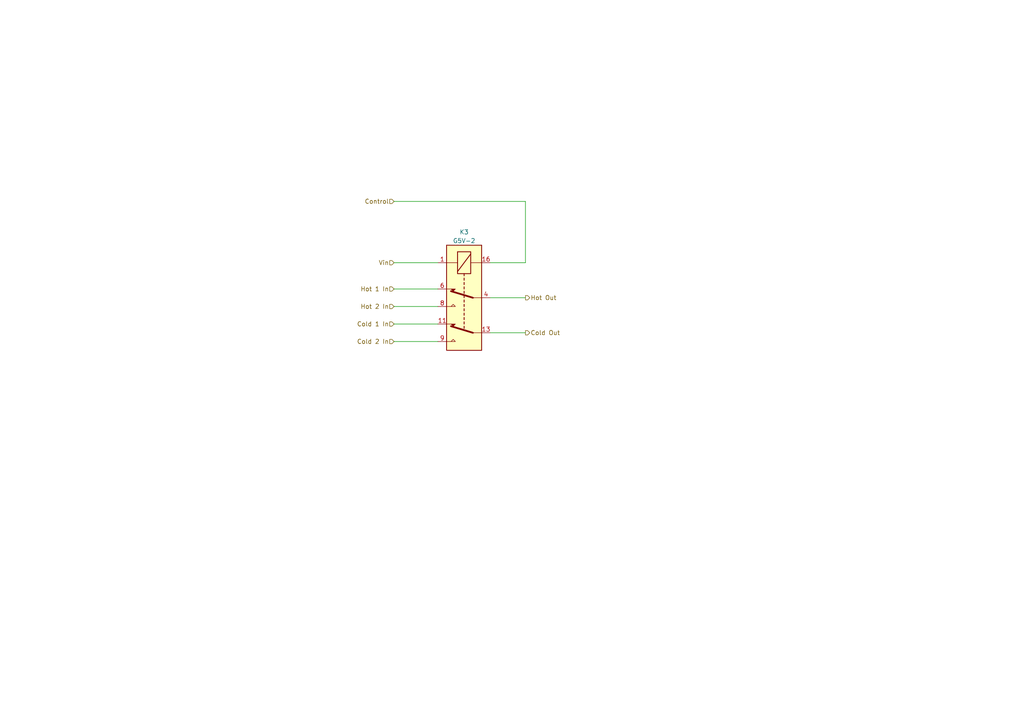
<source format=kicad_sch>
(kicad_sch (version 20230121) (generator eeschema)
  (paper "A4")
  (lib_symbols
    (symbol "Relay:G5V-2"
      (property "Reference" "K" (at 16.51 3.81 0))
      (property "Value" "G5V-2" (at 16.51 1.27 0))
      (symbol "G5V-2_0_1"
        (rectangle (start -15.24 5.08) (end 15.24 -5.08) (stroke (width 0.254)) (fill (type background)))
        (rectangle (start -13.335 1.905) (end -6.985 -1.905) (stroke (width 0.254)))
        (polyline (pts (xy -12.7 -1.905) (xy -7.62 1.905)) (stroke (width 0.254)))
        (polyline (pts (xy -10.16 -5.08) (xy -10.16 -1.905)))
        (polyline (pts (xy -10.16 5.08) (xy -10.16 1.905)))
        (polyline (pts (xy -6.985 0) (xy -6.35 0)) (stroke (width 0.254)))
        (polyline (pts (xy -5.715 0) (xy -5.08 0)) (stroke (width 0.254)))
        (polyline (pts (xy -4.445 0) (xy -3.81 0)) (stroke (width 0.254)))
        (polyline (pts (xy -3.175 0) (xy -2.54 0)) (stroke (width 0.254)))
        (polyline (pts (xy -1.905 0) (xy -1.27 0)) (stroke (width 0.254)))
        (polyline (pts (xy -0.635 0) (xy 0 0)) (stroke (width 0.254)))
        (polyline (pts (xy 0 -2.54) (xy -1.905 3.81)) (stroke (width 0.508)))
        (polyline (pts (xy 0 -2.54) (xy 0 -5.08)))
        (polyline (pts (xy 0.635 0) (xy 1.27 0)) (stroke (width 0.254)))
        (polyline (pts (xy 1.905 0) (xy 2.54 0)) (stroke (width 0.254)))
        (polyline (pts (xy 3.175 0) (xy 3.81 0)) (stroke (width 0.254)))
        (polyline (pts (xy 4.445 0) (xy 5.08 0)) (stroke (width 0.254)))
        (polyline (pts (xy 5.715 0) (xy 6.35 0)) (stroke (width 0.254)))
        (polyline (pts (xy 6.985 0) (xy 7.62 0)) (stroke (width 0.254)))
        (polyline (pts (xy 8.255 0) (xy 8.89 0)) (stroke (width 0.254)))
        (polyline (pts (xy 10.16 -2.54) (xy 8.255 3.81)) (stroke (width 0.508)))
        (polyline (pts (xy 10.16 -2.54) (xy 10.16 -5.08)))
        (polyline (pts (xy -2.54 5.08) (xy -2.54 2.54) (xy -1.905 3.175) (xy -2.54 3.81)) (fill (type outline)))
        (polyline (pts (xy 2.54 5.08) (xy 2.54 2.54) (xy 1.905 3.175) (xy 2.54 3.81)))
        (polyline (pts (xy 7.62 5.08) (xy 7.62 2.54) (xy 8.255 3.175) (xy 7.62 3.81)) (fill (type outline)))
        (polyline (pts (xy 12.7 5.08) (xy 12.7 2.54) (xy 12.065 3.175) (xy 12.7 3.81)))
      )
      (symbol "G5V-2_1_1"
        (pin passive line (at -10.16 7.62 270) (length 2.54) (name "~") (number "1"))
        (pin passive line (at 7.62 7.62 270) (length 2.54) (name "~") (number "11"))
        (pin passive line (at 10.16 -7.62 90) (length 2.54) (name "~") (number "13"))
        (pin passive line (at -10.16 -7.62 90) (length 2.54) (name "~") (number "16"))
        (pin passive line (at 0 -7.62 90) (length 2.54) (name "~") (number "4"))
        (pin passive line (at -2.54 7.62 270) (length 2.54) (name "~") (number "6"))
        (pin passive line (at 2.54 7.62 270) (length 2.54) (name "~") (number "8"))
        (pin passive line (at 12.7 7.62 270) (length 2.54) (name "~") (number "9"))
      )
    )
  )
  (wire (pts (xy 114.3 76.2) (xy 127 76.2)))
  (wire (pts (xy 152.4 58.42) (xy 152.4 76.2)))
  (wire (pts (xy 114.3 88.9) (xy 127 88.9)))
  (wire (pts (xy 142.24 96.52) (xy 152.4 96.52)))
  (wire (pts (xy 114.3 99.06) (xy 127 99.06)))
  (wire (pts (xy 114.3 93.98) (xy 127 93.98)))
  (wire (pts (xy 142.24 86.36) (xy 152.4 86.36)))
  (wire (pts (xy 114.3 83.82) (xy 127 83.82)))
  (wire (pts (xy 114.3 58.42) (xy 152.4 58.42)))
  (wire (pts (xy 152.4 76.2) (xy 142.24 76.2)))
  (hierarchical_label "Hot Out" (shape output) (at 152.4 86.36 0))
  (hierarchical_label "Hot 1 In" (shape input) (at 114.3 83.82 180))
  (hierarchical_label "Cold Out" (shape output) (at 152.4 96.52 0))
  (hierarchical_label "Control" (shape input) (at 114.3 58.42 180))
  (hierarchical_label "Cold 2 In" (shape input) (at 114.3 99.06 180))
  (hierarchical_label "Hot 2 In" (shape input) (at 114.3 88.9 180))
  (hierarchical_label "Vin" (shape input) (at 114.3 76.2 180))
  (hierarchical_label "Cold 1 In" (shape input) (at 114.3 93.98 180))
  (symbol (lib_id "Relay:G5V-2") (at 134.62 86.36 90) (mirror x) (unit 1)
    (property "Reference" "K3" (at 134.62 67.31 90))
    (property "Value" "G5V-2" (at 134.62 69.85 90))
    (property "Footprint" "Relay_THT:Relay_DPDT_Omron_G5V-2" (effects hide))
    (property "Datasheet" "http://omronfs.omron.com/en_US/ecb/products/pdf/en-g5v_2.pdf" (effects hide))
    (instances (project "EF_matrix" (path "" (reference "K3") (unit 1)) (path "" (reference "K1") (unit 1)) (path "" (reference "K3") (unit 1)) (path "" (reference "K4") (unit 1)) (path "" (reference "K5") (unit 1)) (path "" (reference "K2") (unit 1)) (path "" (reference "K6") (unit 1)) (path "" (reference "K7") (unit 1)) (path "" (reference "K8") (unit 1))))
  )
)
</source>
